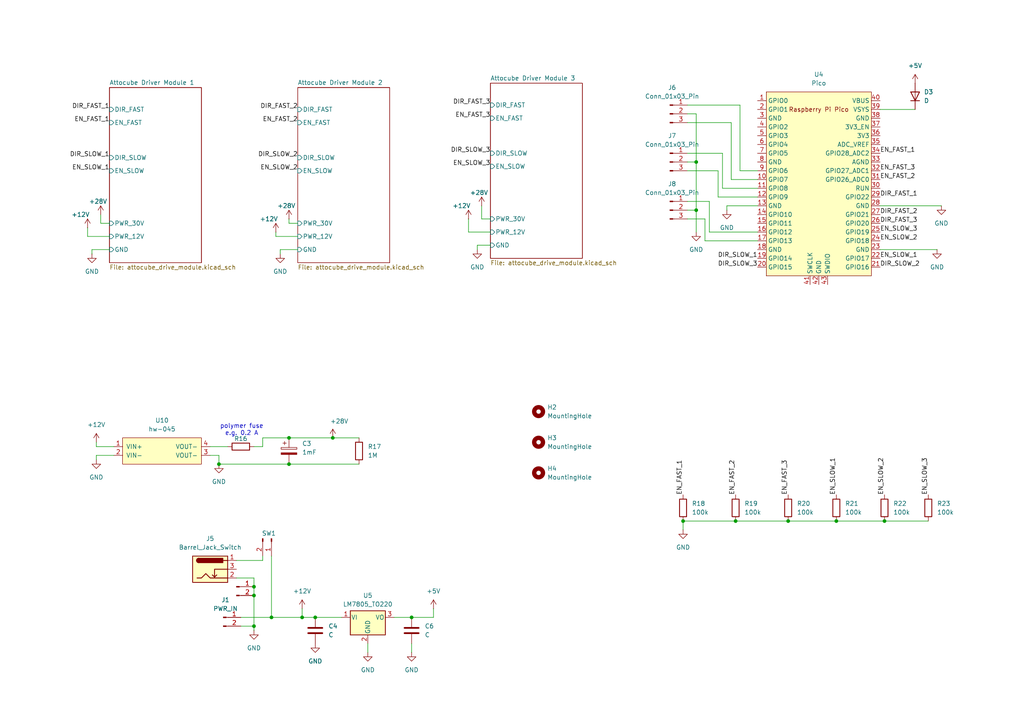
<source format=kicad_sch>
(kicad_sch (version 20250114) (generator "eeschema") (generator_version "9.0")
  (paper "A4")
  (lib_symbols
    (symbol "Connector:Barrel_Jack_Switch" (pin_names (hide yes))
      (property "Reference" "J" (at 0 5.334 0))
      (property "Value" "Barrel_Jack_Switch" (at 0 -5.08 0))
      (symbol "Barrel_Jack_Switch_0_1"
        (rectangle (start -5.08 3.81) (end 5.08 -3.81) (stroke (width 0.254)) (fill (type background)))
        (polyline (pts (xy -3.81 -2.54) (xy -2.54 -2.54) (xy -1.27 -1.27) (xy 0 -2.54) (xy 2.54 -2.54) (xy 5.08 -2.54)) (stroke (width 0.254)))
        (arc (start -3.302 1.905) (mid -3.9343 2.54) (end -3.302 3.175) (stroke (width 0.254)))
        (arc (start -3.302 1.905) (mid -3.9343 2.54) (end -3.302 3.175) (stroke (width 0.254)) (fill (type outline)))
        (polyline (pts (xy 1.27 -2.286) (xy 1.905 -1.651)) (stroke (width 0.254)))
        (rectangle (start 3.683 3.175) (end -3.302 1.905) (stroke (width 0.254)) (fill (type outline)))
        (polyline (pts (xy 5.08 2.54) (xy 3.81 2.54)) (stroke (width 0.254)))
        (polyline (pts (xy 5.08 0) (xy 1.27 0) (xy 1.27 -2.286) (xy 0.635 -1.651)) (stroke (width 0.254)))
      )
      (symbol "Barrel_Jack_Switch_1_1"
        (pin passive line (at 7.62 2.54 180) (length 2.54) (name "~") (number "1"))
        (pin passive line (at 7.62 0 180) (length 2.54) (name "~") (number "3"))
        (pin passive line (at 7.62 -2.54 180) (length 2.54) (name "~") (number "2"))
      )
    )
    (symbol "Connector:Conn_01x02_Pin" (pin_names (offset 1.016) (hide yes))
      (property "Reference" "J" (at 0 2.54 0))
      (property "Value" "Conn_01x02_Pin" (at 0 -5.08 0))
      (symbol "Conn_01x02_Pin_1_1"
        (rectangle (start 0.8636 0.127) (end 0 -0.127) (stroke (width 0.1524)) (fill (type outline)))
        (rectangle (start 0.8636 -2.413) (end 0 -2.667) (stroke (width 0.1524)) (fill (type outline)))
        (polyline (pts (xy 1.27 0) (xy 0.8636 0)) (stroke (width 0.1524)))
        (polyline (pts (xy 1.27 -2.54) (xy 0.8636 -2.54)) (stroke (width 0.1524)))
        (pin passive line (at 5.08 0 180) (length 3.81) (name "Pin_1") (number "1"))
        (pin passive line (at 5.08 -2.54 180) (length 3.81) (name "Pin_2") (number "2"))
      )
    )
    (symbol "Connector:Conn_01x03_Pin" (pin_names (offset 1.016) (hide yes))
      (property "Reference" "J" (at 0 5.08 0))
      (property "Value" "Conn_01x03_Pin" (at 0 -5.08 0))
      (symbol "Conn_01x03_Pin_1_1"
        (rectangle (start 0.8636 2.667) (end 0 2.413) (stroke (width 0.1524)) (fill (type outline)))
        (rectangle (start 0.8636 0.127) (end 0 -0.127) (stroke (width 0.1524)) (fill (type outline)))
        (rectangle (start 0.8636 -2.413) (end 0 -2.667) (stroke (width 0.1524)) (fill (type outline)))
        (polyline (pts (xy 1.27 2.54) (xy 0.8636 2.54)) (stroke (width 0.1524)))
        (polyline (pts (xy 1.27 0) (xy 0.8636 0)) (stroke (width 0.1524)))
        (polyline (pts (xy 1.27 -2.54) (xy 0.8636 -2.54)) (stroke (width 0.1524)))
        (pin passive line (at 5.08 2.54 180) (length 3.81) (name "Pin_1") (number "1"))
        (pin passive line (at 5.08 0 180) (length 3.81) (name "Pin_2") (number "2"))
        (pin passive line (at 5.08 -2.54 180) (length 3.81) (name "Pin_3") (number "3"))
      )
    )
    (symbol "Device:C" (pin_numbers (hide yes)) (pin_names (offset 0.254))
      (property "Reference" "C" (at 0.635 2.54 0))
      (property "Value" "C" (at 0.635 -2.54 0))
      (symbol "C_0_1"
        (polyline (pts (xy -2.032 0.762) (xy 2.032 0.762)) (stroke (width 0.508)))
        (polyline (pts (xy -2.032 -0.762) (xy 2.032 -0.762)) (stroke (width 0.508)))
      )
      (symbol "C_1_1"
        (pin passive line (at 0 3.81 270) (length 2.794) (name "~") (number "1"))
        (pin passive line (at 0 -3.81 90) (length 2.794) (name "~") (number "2"))
      )
    )
    (symbol "Device:C_Polarized" (pin_numbers (hide yes)) (pin_names (offset 0.254))
      (property "Reference" "C" (at 0.635 2.54 0))
      (property "Value" "C_Polarized" (at 0.635 -2.54 0))
      (symbol "C_Polarized_0_1"
        (rectangle (start -2.286 0.508) (end 2.286 1.016))
        (polyline (pts (xy -1.778 2.286) (xy -0.762 2.286)))
        (polyline (pts (xy -1.27 2.794) (xy -1.27 1.778)))
        (rectangle (start 2.286 -0.508) (end -2.286 -1.016) (fill (type outline)))
      )
      (symbol "C_Polarized_1_1"
        (pin passive line (at 0 3.81 270) (length 2.794) (name "~") (number "1"))
        (pin passive line (at 0 -3.81 90) (length 2.794) (name "~") (number "2"))
      )
    )
    (symbol "Device:D" (pin_numbers (hide yes)) (pin_names (offset 1.016) (hide yes))
      (property "Reference" "D" (at 0 2.54 0))
      (property "Value" "D" (at 0 -2.54 0))
      (symbol "D_0_1"
        (polyline (pts (xy -1.27 1.27) (xy -1.27 -1.27)) (stroke (width 0.254)))
        (polyline (pts (xy 1.27 1.27) (xy 1.27 -1.27) (xy -1.27 0) (xy 1.27 1.27)) (stroke (width 0.254)))
        (polyline (pts (xy 1.27 0) (xy -1.27 0)))
      )
      (symbol "D_1_1"
        (pin passive line (at -3.81 0 0) (length 2.54) (name "K") (number "1"))
        (pin passive line (at 3.81 0 180) (length 2.54) (name "A") (number "2"))
      )
    )
    (symbol "Device:R" (pin_numbers (hide yes)) (pin_names (offset 0))
      (property "Reference" "R" (at 2.032 0 90))
      (property "Value" "R" (at 0 0 90))
      (symbol "R_0_1"
        (rectangle (start -1.016 -2.54) (end 1.016 2.54) (stroke (width 0.254)))
      )
      (symbol "R_1_1"
        (pin passive line (at 0 3.81 270) (length 1.27) (name "~") (number "1"))
        (pin passive line (at 0 -3.81 90) (length 1.27) (name "~") (number "2"))
      )
    )
    (symbol "MCU_RaspberryPi_and_Boards:Pico"
      (property "Reference" "U" (at -13.97 27.94 0))
      (property "Value" "Pico" (at 0 19.05 0))
      (symbol "Pico_0_0"
        (text "Raspberry Pi Pico" (at 0 21.59 0) (effects (font (size 1.27 1.27))))
      )
      (symbol "Pico_0_1"
        (rectangle (start -15.24 26.67) (end 15.24 -26.67) (fill (type background)))
      )
      (symbol "Pico_1_1"
        (pin bidirectional line (at -17.78 24.13 0) (length 2.54) (name "GPIO0") (number "1"))
        (pin bidirectional line (at -17.78 21.59 0) (length 2.54) (name "GPIO1") (number "2"))
        (pin power_in line (at -17.78 19.05 0) (length 2.54) (name "GND") (number "3"))
        (pin bidirectional line (at -17.78 16.51 0) (length 2.54) (name "GPIO2") (number "4"))
        (pin bidirectional line (at -17.78 13.97 0) (length 2.54) (name "GPIO3") (number "5"))
        (pin bidirectional line (at -17.78 11.43 0) (length 2.54) (name "GPIO4") (number "6"))
        (pin bidirectional line (at -17.78 8.89 0) (length 2.54) (name "GPIO5") (number "7"))
        (pin power_in line (at -17.78 6.35 0) (length 2.54) (name "GND") (number "8"))
        (pin bidirectional line (at -17.78 3.81 0) (length 2.54) (name "GPIO6") (number "9"))
        (pin bidirectional line (at -17.78 1.27 0) (length 2.54) (name "GPIO7") (number "10"))
        (pin bidirectional line (at -17.78 -1.27 0) (length 2.54) (name "GPIO8") (number "11"))
        (pin bidirectional line (at -17.78 -3.81 0) (length 2.54) (name "GPIO9") (number "12"))
        (pin power_in line (at -17.78 -6.35 0) (length 2.54) (name "GND") (number "13"))
        (pin bidirectional line (at -17.78 -8.89 0) (length 2.54) (name "GPIO10") (number "14"))
        (pin bidirectional line (at -17.78 -11.43 0) (length 2.54) (name "GPIO11") (number "15"))
        (pin bidirectional line (at -17.78 -13.97 0) (length 2.54) (name "GPIO12") (number "16"))
        (pin bidirectional line (at -17.78 -16.51 0) (length 2.54) (name "GPIO13") (number "17"))
        (pin power_in line (at -17.78 -19.05 0) (length 2.54) (name "GND") (number "18"))
        (pin bidirectional line (at -17.78 -21.59 0) (length 2.54) (name "GPIO14") (number "19"))
        (pin bidirectional line (at -17.78 -24.13 0) (length 2.54) (name "GPIO15") (number "20"))
        (pin input line (at -2.54 -29.21 90) (length 2.54) (name "SWCLK") (number "41"))
        (pin power_in line (at 0 -29.21 90) (length 2.54) (name "GND") (number "42"))
        (pin bidirectional line (at 2.54 -29.21 90) (length 2.54) (name "SWDIO") (number "43"))
        (pin power_in line (at 17.78 24.13 180) (length 2.54) (name "VBUS") (number "40"))
        (pin power_in line (at 17.78 21.59 180) (length 2.54) (name "VSYS") (number "39"))
        (pin bidirectional line (at 17.78 19.05 180) (length 2.54) (name "GND") (number "38"))
        (pin input line (at 17.78 16.51 180) (length 2.54) (name "3V3_EN") (number "37"))
        (pin power_in line (at 17.78 13.97 180) (length 2.54) (name "3V3") (number "36"))
        (pin power_in line (at 17.78 11.43 180) (length 2.54) (name "ADC_VREF") (number "35"))
        (pin bidirectional line (at 17.78 8.89 180) (length 2.54) (name "GPIO28_ADC2") (number "34"))
        (pin power_in line (at 17.78 6.35 180) (length 2.54) (name "AGND") (number "33"))
        (pin bidirectional line (at 17.78 3.81 180) (length 2.54) (name "GPIO27_ADC1") (number "32"))
        (pin bidirectional line (at 17.78 1.27 180) (length 2.54) (name "GPIO26_ADC0") (number "31"))
        (pin input line (at 17.78 -1.27 180) (length 2.54) (name "RUN") (number "30"))
        (pin bidirectional line (at 17.78 -3.81 180) (length 2.54) (name "GPIO22") (number "29"))
        (pin power_in line (at 17.78 -6.35 180) (length 2.54) (name "GND") (number "28"))
        (pin bidirectional line (at 17.78 -8.89 180) (length 2.54) (name "GPIO21") (number "27"))
        (pin bidirectional line (at 17.78 -11.43 180) (length 2.54) (name "GPIO20") (number "26"))
        (pin bidirectional line (at 17.78 -13.97 180) (length 2.54) (name "GPIO19") (number "25"))
        (pin bidirectional line (at 17.78 -16.51 180) (length 2.54) (name "GPIO18") (number "24"))
        (pin power_in line (at 17.78 -19.05 180) (length 2.54) (name "GND") (number "23"))
        (pin bidirectional line (at 17.78 -21.59 180) (length 2.54) (name "GPIO17") (number "22"))
        (pin bidirectional line (at 17.78 -24.13 180) (length 2.54) (name "GPIO16") (number "21"))
      )
    )
    (symbol "Mechanical:MountingHole" (pin_names (offset 1.016)) (in_bom no)
      (property "Reference" "H" (at 0 5.08 0))
      (property "Value" "MountingHole" (at 0 3.175 0))
      (symbol "MountingHole_0_1"
        (circle (center 0 0) (radius 1.27) (stroke (width 1.27)))
      )
    )
    (symbol "Regulator_Linear:LM7805_TO220" (pin_names (offset 0.254))
      (property "Reference" "U" (at -3.81 3.175 0))
      (property "Value" "LM7805_TO220" (at 0 3.175 0))
      (symbol "LM7805_TO220_0_1"
        (rectangle (start -5.08 1.905) (end 5.08 -5.08) (stroke (width 0.254)) (fill (type background)))
      )
      (symbol "LM7805_TO220_1_1"
        (pin power_in line (at -7.62 0 0) (length 2.54) (name "VI") (number "1"))
        (pin power_in line (at 0 -7.62 90) (length 2.54) (name "GND") (number "2"))
        (pin power_out line (at 7.62 0 180) (length 2.54) (name "VO") (number "3"))
      )
    )
    (symbol "local:hw-045" (pin_names (offset 1.016))
      (property "Reference" "U" (at 0 0 0))
      (property "Value" "hw-045" (at 0 1.905 0))
      (symbol "hw-045_0_1"
        (rectangle (start -10.16 5.08) (end 12.7 -2.54) (fill (type background)))
      )
      (symbol "hw-045_1_1"
        (pin input line (at -12.7 2.54 0) (length 2.54) (name "VIN+") (number "1"))
        (pin input line (at -12.7 0 0) (length 2.54) (name "VIN-") (number "2"))
        (pin input line (at 15.24 2.54 180) (length 2.54) (name "VOUT-") (number "4"))
        (pin input line (at 15.24 0 180) (length 2.54) (name "VOUT-") (number "3"))
      )
    )
    (symbol "power:+12V" (power) (pin_numbers (hide yes)) (pin_names (offset 0) (hide yes))
      (property "Value" "+12V" (at 0 3.556 0))
      (symbol "+12V_0_1"
        (polyline (pts (xy -0.762 1.27) (xy 0 2.54)))
        (polyline (pts (xy 0 2.54) (xy 0.762 1.27)))
        (polyline (pts (xy 0 0) (xy 0 2.54)))
      )
      (symbol "+12V_1_1"
        (pin power_in line (at 0 0 90) (length 0) (name "~") (number "1"))
      )
    )
    (symbol "power:+36V" (power) (pin_numbers (hide yes)) (pin_names (offset 0) (hide yes))
      (property "Value" "+36V" (at 0 3.556 0))
      (symbol "+36V_0_1"
        (polyline (pts (xy -0.762 1.27) (xy 0 2.54)))
        (polyline (pts (xy 0 2.54) (xy 0.762 1.27)))
        (polyline (pts (xy 0 0) (xy 0 2.54)))
      )
      (symbol "+36V_1_1"
        (pin power_in line (at 0 0 90) (length 0) (name "~") (number "1"))
      )
    )
    (symbol "power:+5V" (power) (pin_numbers (hide yes)) (pin_names (offset 0) (hide yes))
      (property "Value" "+5V" (at 0 3.556 0))
      (symbol "+5V_0_1"
        (polyline (pts (xy -0.762 1.27) (xy 0 2.54)))
        (polyline (pts (xy 0 2.54) (xy 0.762 1.27)))
        (polyline (pts (xy 0 0) (xy 0 2.54)))
      )
      (symbol "+5V_1_1"
        (pin power_in line (at 0 0 90) (length 0) (name "~") (number "1"))
      )
    )
    (symbol "power:GND" (power) (pin_numbers (hide yes)) (pin_names (offset 0) (hide yes))
      (property "Value" "GND" (at 0 -3.81 0))
      (symbol "GND_0_1"
        (polyline (pts (xy 0 0) (xy 0 -1.27) (xy 1.27 -1.27) (xy 0 -2.54) (xy -1.27 -1.27) (xy 0 -1.27)))
      )
      (symbol "GND_1_1"
        (pin power_in line (at 0 0 270) (length 0) (name "~") (number "1"))
      )
    )
  )
  (text "polymer fuse\ne.g. 0.2 A" (at 70.104 124.714 0) (effects (font (size 1.27 1.27))))
  (junction (at 73.66 181.61))
  (junction (at 78.74 179.07))
  (junction (at 198.12 151.13))
  (junction (at 201.93 60.96))
  (junction (at 73.66 172.72))
  (junction (at 242.57 151.13))
  (junction (at 83.82 134.62))
  (junction (at 256.54 151.13))
  (junction (at 87.63 179.07))
  (junction (at 213.36 151.13))
  (junction (at 228.6 151.13))
  (junction (at 63.5 134.62))
  (junction (at 91.44 179.07))
  (junction (at 73.66 170.18))
  (junction (at 119.38 179.07))
  (junction (at 201.93 46.99))
  (junction (at 96.52 127))
  (junction (at 83.82 127))
  (wire (pts (xy 83.82 127) (xy 96.52 127)))
  (wire (pts (xy 255.27 31.75) (xy 265.43 31.75)))
  (wire (pts (xy 199.39 49.53) (xy 208.28 49.53)))
  (wire (pts (xy 60.96 129.54) (xy 66.04 129.54)))
  (wire (pts (xy 73.66 170.18) (xy 73.66 172.72)))
  (wire (pts (xy 205.74 58.42) (xy 199.39 58.42)))
  (wire (pts (xy 142.24 63.5) (xy 139.7 63.5)))
  (wire (pts (xy 204.47 69.85) (xy 204.47 63.5)))
  (wire (pts (xy 76.2 127) (xy 83.82 127)))
  (wire (pts (xy 209.55 44.45) (xy 209.55 54.61)))
  (wire (pts (xy 80.01 68.58) (xy 80.01 67.31)))
  (wire (pts (xy 219.71 52.07) (xy 212.09 52.07)))
  (wire (pts (xy 135.89 67.31) (xy 135.89 63.5)))
  (wire (pts (xy 91.44 179.07) (xy 99.06 179.07)))
  (wire (pts (xy 26.67 73.66) (xy 26.67 72.39)))
  (wire (pts (xy 83.82 134.62) (xy 104.14 134.62)))
  (wire (pts (xy 125.73 176.53) (xy 125.73 179.07)))
  (wire (pts (xy 86.36 68.58) (xy 80.01 68.58)))
  (wire (pts (xy 201.93 60.96) (xy 199.39 60.96)))
  (wire (pts (xy 199.39 46.99) (xy 201.93 46.99)))
  (wire (pts (xy 76.2 161.29) (xy 76.2 162.56)))
  (wire (pts (xy 210.82 59.69) (xy 219.71 59.69)))
  (wire (pts (xy 212.09 52.07) (xy 212.09 35.56)))
  (wire (pts (xy 27.94 129.54) (xy 27.94 128.27)))
  (wire (pts (xy 198.12 151.13) (xy 198.12 153.67)))
  (wire (pts (xy 87.63 176.53) (xy 87.63 179.07)))
  (wire (pts (xy 214.63 30.48) (xy 214.63 49.53)))
  (wire (pts (xy 83.82 64.77) (xy 83.82 63.5)))
  (wire (pts (xy 138.43 72.39) (xy 138.43 71.12)))
  (wire (pts (xy 96.52 127) (xy 104.14 127)))
  (wire (pts (xy 69.85 179.07) (xy 78.74 179.07)))
  (wire (pts (xy 78.74 179.07) (xy 87.63 179.07)))
  (wire (pts (xy 69.85 181.61) (xy 73.66 181.61)))
  (wire (pts (xy 255.27 59.69) (xy 273.05 59.69)))
  (wire (pts (xy 210.82 60.96) (xy 210.82 59.69)))
  (wire (pts (xy 73.66 167.64) (xy 73.66 170.18)))
  (wire (pts (xy 198.12 151.13) (xy 213.36 151.13)))
  (wire (pts (xy 33.02 132.08) (xy 27.94 132.08)))
  (wire (pts (xy 214.63 49.53) (xy 219.71 49.53)))
  (wire (pts (xy 242.57 151.13) (xy 256.54 151.13)))
  (wire (pts (xy 60.96 132.08) (xy 63.5 132.08)))
  (wire (pts (xy 114.3 179.07) (xy 119.38 179.07)))
  (wire (pts (xy 106.68 186.69) (xy 106.68 189.23)))
  (wire (pts (xy 209.55 44.45) (xy 199.39 44.45)))
  (wire (pts (xy 213.36 151.13) (xy 228.6 151.13)))
  (wire (pts (xy 86.36 64.77) (xy 83.82 64.77)))
  (wire (pts (xy 138.43 71.12) (xy 142.24 71.12)))
  (wire (pts (xy 199.39 30.48) (xy 214.63 30.48)))
  (wire (pts (xy 86.36 72.39) (xy 81.28 72.39)))
  (wire (pts (xy 87.63 179.07) (xy 91.44 179.07)))
  (wire (pts (xy 208.28 49.53) (xy 208.28 57.15)))
  (wire (pts (xy 63.5 132.08) (xy 63.5 134.62)))
  (wire (pts (xy 25.4 68.58) (xy 25.4 66.04)))
  (wire (pts (xy 29.21 64.77) (xy 29.21 62.23)))
  (wire (pts (xy 228.6 151.13) (xy 242.57 151.13)))
  (wire (pts (xy 204.47 63.5) (xy 199.39 63.5)))
  (wire (pts (xy 201.93 33.02) (xy 201.93 46.99)))
  (wire (pts (xy 125.73 179.07) (xy 119.38 179.07)))
  (wire (pts (xy 119.38 186.69) (xy 119.38 189.23)))
  (wire (pts (xy 31.75 68.58) (xy 25.4 68.58)))
  (wire (pts (xy 142.24 67.31) (xy 135.89 67.31)))
  (wire (pts (xy 27.94 132.08) (xy 27.94 133.35)))
  (wire (pts (xy 78.74 161.29) (xy 78.74 179.07)))
  (wire (pts (xy 81.28 72.39) (xy 81.28 73.66)))
  (wire (pts (xy 201.93 46.99) (xy 201.93 60.96)))
  (wire (pts (xy 68.58 167.64) (xy 73.66 167.64)))
  (wire (pts (xy 219.71 54.61) (xy 209.55 54.61)))
  (wire (pts (xy 255.27 72.39) (xy 271.78 72.39)))
  (wire (pts (xy 219.71 69.85) (xy 204.47 69.85)))
  (wire (pts (xy 256.54 151.13) (xy 269.24 151.13)))
  (wire (pts (xy 219.71 67.31) (xy 205.74 67.31)))
  (wire (pts (xy 199.39 33.02) (xy 201.93 33.02)))
  (wire (pts (xy 73.66 181.61) (xy 73.66 182.88)))
  (wire (pts (xy 139.7 63.5) (xy 139.7 59.69)))
  (wire (pts (xy 63.5 134.62) (xy 83.82 134.62)))
  (wire (pts (xy 68.58 162.56) (xy 76.2 162.56)))
  (wire (pts (xy 208.28 57.15) (xy 219.71 57.15)))
  (wire (pts (xy 212.09 35.56) (xy 199.39 35.56)))
  (wire (pts (xy 31.75 64.77) (xy 29.21 64.77)))
  (wire (pts (xy 73.66 172.72) (xy 73.66 181.61)))
  (wire (pts (xy 201.93 67.31) (xy 201.93 60.96)))
  (wire (pts (xy 33.02 129.54) (xy 27.94 129.54)))
  (wire (pts (xy 76.2 129.54) (xy 76.2 127)))
  (wire (pts (xy 73.66 129.54) (xy 76.2 129.54)))
  (wire (pts (xy 26.67 72.39) (xy 31.75 72.39)))
  (wire (pts (xy 205.74 67.31) (xy 205.74 58.42)))
  (label "EN_SLOW_2" (at 255.27 69.85 0))
  (label "DIR_SLOW_3" (at 142.24 44.45 180))
  (label "EN_SLOW_2" (at 86.36 49.53 180))
  (label "DIR_FAST_1" (at 31.75 31.75 180))
  (label "EN_FAST_3" (at 255.27 49.53 0))
  (label "EN_SLOW_3" (at 142.24 48.26 180))
  (label "EN_SLOW_1" (at 242.57 143.51 90))
  (label "DIR_SLOW_2" (at 86.36 45.72 180))
  (label "EN_FAST_3" (at 142.24 34.29 180))
  (label "EN_FAST_2" (at 255.27 52.07 0))
  (label "EN_FAST_2" (at 213.36 143.51 90))
  (label "DIR_SLOW_3" (at 219.71 77.47 180))
  (label "EN_FAST_1" (at 31.75 35.56 180))
  (label "DIR_SLOW_1" (at 31.75 45.72 180))
  (label "EN_SLOW_3" (at 269.24 143.51 90))
  (label "EN_FAST_1" (at 255.27 44.45 0))
  (label "EN_FAST_1" (at 198.12 143.51 90))
  (label "DIR_SLOW_1" (at 219.71 74.93 180))
  (label "DIR_FAST_2" (at 255.27 62.23 0))
  (label "DIR_FAST_2" (at 86.36 31.75 180))
  (label "DIR_FAST_1" (at 255.27 57.15 0))
  (label "EN_SLOW_2" (at 256.54 143.51 90))
  (label "DIR_FAST_3" (at 142.24 30.48 180))
  (label "EN_FAST_2" (at 86.36 35.56 180))
  (label "DIR_FAST_3" (at 255.27 64.77 0))
  (label "EN_SLOW_1" (at 31.75 49.53 180))
  (label "EN_FAST_3" (at 228.6 143.51 90))
  (label "DIR_SLOW_2" (at 255.27 77.47 0))
  (label "EN_SLOW_1" (at 255.27 74.93 0))
  (label "EN_SLOW_3" (at 255.27 67.31 0))
  (symbol (lib_id "Device:C_Polarized") (at 83.82 130.81 0) (unit 1)
    (property "Reference" "C3" (at 87.63 128.6509 0) (effects (justify left)))
    (property "Value" "1mF" (at 87.63 131.1909 0) (effects (justify left)))
    (property "Footprint" "Capacitor_THT:CP_Radial_D5.0mm_P2.00mm" (effects (hide yes)))
    (property "Description" "Polarized capacitor" (effects (hide yes)))
  )
  (symbol (lib_id "power:GND") (at 273.05 59.69 0) (unit 1)
    (property "Reference" "#PWR050" (effects (hide yes)))
    (property "Value" "GND" (at 273.05 64.77 0))
    (property "Description" "Power symbol creates a global label with name \"GND\" , ground" (effects (hide yes)))
  )
  (symbol (lib_id "Mechanical:MountingHole") (at 156.21 128.27 0) (unit 1) (in_bom no)
    (property "Reference" "H3" (at 158.75 126.9999 0) (effects (justify left)))
    (property "Value" "MountingHole" (at 158.75 129.5399 0) (effects (justify left)))
    (property "Footprint" "MountingHole:MountingHole_3.2mm_M3_Pad" (effects (hide yes)))
    (property "Description" "Mounting Hole without connection" (effects (hide yes)))
  )
  (symbol (lib_id "power:+36V") (at 83.82 63.5 0) (unit 1)
    (property "Reference" "#PWR039" (effects (hide yes)))
    (property "Value" "+28V" (at 83.058 59.69 0))
    (property "Description" "Power symbol creates a global label with name \"+36V\"" (effects (hide yes)))
  )
  (symbol (lib_id "Device:R") (at 69.85 129.54 270) (mirror x) (unit 1)
    (property "Reference" "R16" (at 69.85 127.254 90))
    (property "Value" "10?" (effects (hide yes)))
    (property "Footprint" "Resistor_SMD:R_1206_3216Metric_Pad1.30x1.75mm_HandSolder" (effects (hide yes)))
    (property "Description" "Resistor" (effects (hide yes)))
  )
  (symbol (lib_id "power:GND") (at 119.38 189.23 0) (unit 1)
    (property "Reference" "#PWR018" (effects (hide yes)))
    (property "Value" "GND" (at 119.38 194.31 0))
    (property "Description" "Power symbol creates a global label with name \"GND\" , ground" (effects (hide yes)))
  )
  (symbol (lib_id "Regulator_Linear:LM7805_TO220") (at 106.68 179.07 0) (unit 1)
    (property "Reference" "U5" (at 106.68 172.72 0))
    (property "Value" "LM7805_TO220" (at 106.68 175.26 0))
    (property "Footprint" "Package_TO_SOT_THT:TO-220-3_Vertical" (effects (hide yes)))
    (property "Datasheet" "https://www.onsemi.cn/PowerSolutions/document/MC7800-D.PDF" (effects (hide yes)))
    (property "Description" "Positive 1A 35V Linear Regulator, Fixed Output 5V, TO-220" (effects (hide yes)))
  )
  (symbol (lib_id "power:GND") (at 201.93 67.31 0) (unit 1)
    (property "Reference" "#PWR052" (effects (hide yes)))
    (property "Value" "GND" (at 201.93 72.39 0))
    (property "Description" "Power symbol creates a global label with name \"GND\" , ground" (effects (hide yes)))
  )
  (symbol (lib_id "power:+12V") (at 135.89 63.5 0) (unit 1)
    (property "Reference" "#PWR040" (effects (hide yes)))
    (property "Value" "+12V" (at 133.858 59.69 0))
    (property "Description" "Power symbol creates a global label with name \"+12V\"" (effects (hide yes)))
  )
  (symbol (lib_id "power:GND") (at 210.82 60.96 0) (unit 1)
    (property "Reference" "#PWR051" (effects (hide yes)))
    (property "Value" "GND" (at 210.82 66.04 0))
    (property "Description" "Power symbol creates a global label with name \"GND\" , ground" (effects (hide yes)))
  )
  (symbol (lib_id "power:GND") (at 26.67 73.66 0) (unit 1)
    (property "Reference" "#PWR046" (effects (hide yes)))
    (property "Value" "GND" (at 26.67 78.74 0))
    (property "Description" "Power symbol creates a global label with name \"GND\" , ground" (effects (hide yes)))
  )
  (symbol (lib_id "power:+12V") (at 25.4 66.04 0) (unit 1)
    (property "Reference" "#PWR042" (effects (hide yes)))
    (property "Value" "+12V" (at 23.368 62.23 0))
    (property "Description" "Power symbol creates a global label with name \"+12V\"" (effects (hide yes)))
  )
  (symbol (lib_id "Device:R") (at 228.6 147.32 0) (unit 1)
    (property "Reference" "R20" (at 231.14 146.0499 0) (effects (justify left)))
    (property "Value" "100k" (at 231.14 148.5899 0) (effects (justify left)))
    (property "Footprint" "Resistor_SMD:R_1206_3216Metric_Pad1.30x1.75mm_HandSolder" (effects (hide yes)))
    (property "Description" "Resistor" (effects (hide yes)))
  )
  (symbol (lib_id "Connector:Conn_01x03_Pin") (at 194.31 60.96 0) (unit 1)
    (property "Reference" "J8" (at 194.945 53.34 0))
    (property "Value" "Conn_01x03_Pin" (at 194.945 55.88 0))
    (property "Footprint" "Connector_PinHeader_2.54mm:PinHeader_1x03_P2.54mm_Vertical" (effects (hide yes)))
    (property "Description" "Generic connector, single row, 01x03, script generated" (effects (hide yes)))
  )
  (symbol (lib_id "Connector:Conn_01x03_Pin") (at 194.31 33.02 0) (unit 1)
    (property "Reference" "J6" (at 194.945 25.4 0))
    (property "Value" "Conn_01x03_Pin" (at 194.945 27.94 0))
    (property "Footprint" "Connector_PinHeader_2.54mm:PinHeader_1x03_P2.54mm_Vertical" (effects (hide yes)))
    (property "Description" "Generic connector, single row, 01x03, script generated" (effects (hide yes)))
  )
  (symbol (lib_id "Connector:Conn_01x03_Pin") (at 194.31 46.99 0) (unit 1)
    (property "Reference" "J7" (at 194.945 39.37 0))
    (property "Value" "Conn_01x03_Pin" (at 194.945 41.91 0))
    (property "Footprint" "Connector_PinHeader_2.54mm:PinHeader_1x03_P2.54mm_Vertical" (effects (hide yes)))
    (property "Description" "Generic connector, single row, 01x03, script generated" (effects (hide yes)))
  )
  (symbol (lib_id "Device:C") (at 91.44 182.88 0) (unit 1)
    (property "Reference" "C4" (at 95.25 181.6099 0) (effects (justify left)))
    (property "Value" "C" (at 95.25 184.1499 0) (effects (justify left)))
    (property "Footprint" "Capacitor_THT:C_Rect_L7.0mm_W3.5mm_P5.00mm" (effects (hide yes)))
    (property "Description" "Unpolarized capacitor" (effects (hide yes)))
  )
  (symbol (lib_id "power:+12V") (at 87.63 176.53 0) (unit 1)
    (property "Reference" "#PWR011" (effects (hide yes)))
    (property "Value" "+12V" (at 87.63 171.45 0))
    (property "Description" "Power symbol creates a global label with name \"+12V\"" (effects (hide yes)))
  )
  (symbol (lib_id "Mechanical:MountingHole") (at 156.21 137.16 0) (unit 1) (in_bom no)
    (property "Reference" "H4" (at 158.75 135.8899 0) (effects (justify left)))
    (property "Value" "MountingHole" (at 158.75 138.4299 0) (effects (justify left)))
    (property "Footprint" "MountingHole:MountingHole_3.2mm_M3_Pad" (effects (hide yes)))
    (property "Description" "Mounting Hole without connection" (effects (hide yes)))
  )
  (symbol (lib_id "power:GND") (at 73.66 182.88 0) (unit 1)
    (property "Reference" "#PWR013" (effects (hide yes)))
    (property "Value" "GND" (at 73.66 187.96 0))
    (property "Description" "Power symbol creates a global label with name \"GND\" , ground" (effects (hide yes)))
  )
  (symbol (lib_id "Device:C") (at 119.38 182.88 0) (unit 1)
    (property "Reference" "C6" (at 123.19 181.6099 0) (effects (justify left)))
    (property "Value" "C" (at 123.19 184.1499 0) (effects (justify left)))
    (property "Footprint" "Capacitor_THT:C_Rect_L7.0mm_W3.5mm_P5.00mm" (effects (hide yes)))
    (property "Description" "Unpolarized capacitor" (effects (hide yes)))
  )
  (symbol (lib_id "Device:R") (at 242.57 147.32 0) (unit 1)
    (property "Reference" "R21" (at 245.11 146.0499 0) (effects (justify left)))
    (property "Value" "100k" (at 245.11 148.5899 0) (effects (justify left)))
    (property "Footprint" "Resistor_SMD:R_1206_3216Metric_Pad1.30x1.75mm_HandSolder" (effects (hide yes)))
    (property "Description" "Resistor" (effects (hide yes)))
  )
  (symbol (lib_id "Connector:Conn_01x02_Pin") (at 78.74 156.21 270) (unit 1)
    (property "Reference" "SW1" (at 75.946 154.686 90) (effects (justify left)))
    (property "Value" "Conn_01x02_Pin" (effects (hide yes)))
    (property "Footprint" "Connector_Wire:SolderWire-0.1sqmm_1x02_P3.6mm_D0.4mm_OD1mm" (effects (hide yes)))
    (property "Description" "Generic connector, single row, 01x02, script generated" (effects (hide yes)))
  )
  (symbol (lib_id "power:+5V") (at 125.73 176.53 0) (unit 1)
    (property "Reference" "#PWR017" (effects (hide yes)))
    (property "Value" "+5V" (at 125.73 171.45 0))
    (property "Description" "Power symbol creates a global label with name \"+5V\"" (effects (hide yes)))
  )
  (symbol (lib_id "Device:R") (at 269.24 147.32 0) (unit 1)
    (property "Reference" "R23" (at 271.78 146.0499 0) (effects (justify left)))
    (property "Value" "100k" (at 271.78 148.5899 0) (effects (justify left)))
    (property "Footprint" "Resistor_SMD:R_1206_3216Metric_Pad1.30x1.75mm_HandSolder" (effects (hide yes)))
    (property "Description" "Resistor" (effects (hide yes)))
  )
  (symbol (lib_id "power:GND") (at 138.43 72.39 0) (unit 1)
    (property "Reference" "#PWR044" (effects (hide yes)))
    (property "Value" "GND" (at 138.43 77.47 0))
    (property "Description" "Power symbol creates a global label with name \"GND\" , ground" (effects (hide yes)))
  )
  (symbol (lib_id "Device:R") (at 213.36 147.32 0) (unit 1)
    (property "Reference" "R19" (at 215.9 146.0499 0) (effects (justify left)))
    (property "Value" "100k" (at 215.9 148.5899 0) (effects (justify left)))
    (property "Footprint" "Resistor_SMD:R_1206_3216Metric_Pad1.30x1.75mm_HandSolder" (effects (hide yes)))
    (property "Description" "Resistor" (effects (hide yes)))
  )
  (symbol (lib_id "power:GND") (at 91.44 186.69 0) (unit 1)
    (property "Reference" "#PWR048" (effects (hide yes)))
    (property "Value" "GND" (at 91.44 191.77 0))
    (property "Description" "Power symbol creates a global label with name \"GND\" , ground" (effects (hide yes)))
  )
  (symbol (lib_id "local:hw-045") (at 45.72 132.08 0) (unit 1)
    (property "Reference" "U10" (at 46.99 121.92 0))
    (property "Value" "hw-045" (at 46.99 124.46 0))
    (property "Footprint" "hw-045:hw-045" (effects (hide yes)))
  )
  (symbol (lib_id "power:GND") (at 63.5 134.62 0) (unit 1)
    (property "Reference" "#PWR047" (effects (hide yes)))
    (property "Value" "GND" (at 63.5 139.7 0))
    (property "Description" "Power symbol creates a global label with name \"GND\" , ground" (effects (hide yes)))
  )
  (symbol (lib_id "power:GND") (at 106.68 189.23 0) (unit 1)
    (property "Reference" "#PWR016" (effects (hide yes)))
    (property "Value" "GND" (at 106.68 194.31 0))
    (property "Description" "Power symbol creates a global label with name \"GND\" , ground" (effects (hide yes)))
  )
  (symbol (lib_id "power:+12V") (at 27.94 128.27 0) (unit 1)
    (property "Reference" "#PWR09" (effects (hide yes)))
    (property "Value" "+12V" (at 27.94 123.19 0))
    (property "Description" "Power symbol creates a global label with name \"+12V\"" (effects (hide yes)))
  )
  (symbol (lib_id "power:GND") (at 271.78 72.39 0) (unit 1)
    (property "Reference" "#PWR049" (effects (hide yes)))
    (property "Value" "GND" (at 271.78 77.47 0))
    (property "Description" "Power symbol creates a global label with name \"GND\" , ground" (effects (hide yes)))
  )
  (symbol (lib_id "power:+36V") (at 139.7 59.69 0) (unit 1)
    (property "Reference" "#PWR041" (effects (hide yes)))
    (property "Value" "+28V" (at 138.938 55.88 0))
    (property "Description" "Power symbol creates a global label with name \"+36V\"" (effects (hide yes)))
  )
  (symbol (lib_id "power:+36V") (at 96.52 127 0) (unit 1)
    (property "Reference" "#PWR012" (effects (hide yes)))
    (property "Value" "+28V" (at 95.758 122.174 0) (effects (justify left)))
    (property "Description" "Power symbol creates a global label with name \"+36V\"" (effects (hide yes)))
  )
  (symbol (lib_id "Device:R") (at 104.14 130.81 180) (unit 1)
    (property "Reference" "R17" (at 106.68 129.5399 0) (effects (justify right)))
    (property "Value" "1M" (at 106.68 132.0799 0) (effects (justify right)))
    (property "Footprint" "Resistor_SMD:R_1206_3216Metric_Pad1.30x1.75mm_HandSolder" (effects (hide yes)))
    (property "Description" "Resistor" (effects (hide yes)))
  )
  (symbol (lib_id "power:+12V") (at 80.01 67.31 0) (unit 1)
    (property "Reference" "#PWR038" (effects (hide yes)))
    (property "Value" "+12V" (at 77.978 63.5 0))
    (property "Description" "Power symbol creates a global label with name \"+12V\"" (effects (hide yes)))
  )
  (symbol (lib_id "power:GND") (at 27.94 133.35 0) (unit 1)
    (property "Reference" "#PWR010" (effects (hide yes)))
    (property "Value" "GND" (at 27.94 138.43 0))
    (property "Description" "Power symbol creates a global label with name \"GND\" , ground" (effects (hide yes)))
  )
  (symbol (lib_id "Connector:Conn_01x02_Pin") (at 64.77 179.07 0) (unit 1)
    (property "Reference" "J1" (at 65.405 173.99 0))
    (property "Value" "PWR_IN" (at 65.405 176.53 0))
    (property "Footprint" "Connector_Wire:SolderWire-0.1sqmm_1x02_P3.6mm_D0.4mm_OD1mm" (effects (hide yes)))
    (property "Description" "Generic connector, single row, 01x02, script generated" (effects (hide yes)))
  )
  (symbol (lib_id "Connector:Conn_01x02_Pin") (at 68.58 170.18 0) (unit 1)
    (property "Reference" "J10" (effects (hide yes)))
    (property "Value" "Conn_01x02_Pin" (effects (hide yes)))
    (property "Footprint" "Connector_Wire:SolderWire-0.1sqmm_1x02_P3.6mm_D0.4mm_OD1mm" (effects (hide yes)))
    (property "Description" "Generic connector, single row, 01x02, script generated" (effects (hide yes)))
  )
  (symbol (lib_id "Connector:Barrel_Jack_Switch") (at 60.96 165.1 0) (unit 1)
    (property "Reference" "J5" (at 60.96 156.21 0))
    (property "Value" "Barrel_Jack_Switch" (at 60.96 158.75 0))
    (property "Footprint" "Connector_BarrelJack:BarrelJack_CUI_PJ-063AH_Horizontal" (effects (hide yes)))
    (property "Description" "DC Barrel Jack with an internal switch" (effects (hide yes)))
  )
  (symbol (lib_id "power:GND") (at 198.12 153.67 0) (unit 1)
    (property "Reference" "#PWR014" (effects (hide yes)))
    (property "Value" "GND" (at 198.12 158.75 0))
    (property "Description" "Power symbol creates a global label with name \"GND\" , ground" (effects (hide yes)))
  )
  (symbol (lib_id "Device:R") (at 198.12 147.32 0) (unit 1)
    (property "Reference" "R18" (at 200.66 146.0499 0) (effects (justify left)))
    (property "Value" "100k" (at 200.66 148.5899 0) (effects (justify left)))
    (property "Footprint" "Resistor_SMD:R_1206_3216Metric_Pad1.30x1.75mm_HandSolder" (effects (hide yes)))
    (property "Description" "Resistor" (effects (hide yes)))
  )
  (symbol (lib_id "power:+36V") (at 29.21 62.23 0) (unit 1)
    (property "Reference" "#PWR043" (effects (hide yes)))
    (property "Value" "+28V" (at 28.448 58.42 0))
    (property "Description" "Power symbol creates a global label with name \"+36V\"" (effects (hide yes)))
  )
  (symbol (lib_id "MCU_RaspberryPi_and_Boards:Pico") (at 237.49 53.34 0) (unit 1)
    (property "Reference" "U4" (at 237.49 21.59 0))
    (property "Value" "Pico" (at 237.49 24.13 0))
    (property "Footprint" "MCU_RaspberryPi_and_Boards:RPi_Pico_SMD_TH" (effects (hide yes)))
  )
  (symbol (lib_id "Device:D") (at 265.43 27.94 90) (unit 1)
    (property "Reference" "D3" (at 267.97 26.6699 90) (effects (justify right)))
    (property "Value" "D" (at 267.97 29.2099 90) (effects (justify right)))
    (property "Footprint" "Diode_SMD:D_1206_3216Metric_Pad1.42x1.75mm_HandSolder" (effects (hide yes)))
    (property "Description" "Diode" (effects (hide yes)))
    (property "Sim.Device" "D" (effects (hide yes)))
    (property "Sim.Pins" "1=K 2=A" (effects (hide yes)))
  )
  (symbol (lib_id "power:+5V") (at 265.43 24.13 0) (unit 1)
    (property "Reference" "#PWR015" (effects (hide yes)))
    (property "Value" "+5V" (at 265.43 19.05 0))
    (property "Description" "Power symbol creates a global label with name \"+5V\"" (effects (hide yes)))
  )
  (symbol (lib_id "Mechanical:MountingHole") (at 156.21 119.38 0) (unit 1) (in_bom no)
    (property "Reference" "H2" (at 158.75 118.1099 0) (effects (justify left)))
    (property "Value" "MountingHole" (at 158.75 120.6499 0) (effects (justify left)))
    (property "Footprint" "MountingHole:MountingHole_3.2mm_M3_Pad" (effects (hide yes)))
    (property "Description" "Mounting Hole without connection" (effects (hide yes)))
  )
  (symbol (lib_id "Device:R") (at 256.54 147.32 0) (unit 1)
    (property "Reference" "R22" (at 259.08 146.0499 0) (effects (justify left)))
    (property "Value" "100k" (at 259.08 148.5899 0) (effects (justify left)))
    (property "Footprint" "Resistor_SMD:R_1206_3216Metric_Pad1.30x1.75mm_HandSolder" (effects (hide yes)))
    (property "Description" "Resistor" (effects (hide yes)))
  )
  (symbol (lib_id "power:GND") (at 81.28 73.66 0) (unit 1)
    (property "Reference" "#PWR045" (effects (hide yes)))
    (property "Value" "GND" (at 81.28 78.74 0))
    (property "Description" "Power symbol creates a global label with name \"GND\" , ground" (effects (hide yes)))
  )
  (sheet (at 142.24 24.13) (size 26.67 50.8) (stroke (width 0.1524))
    (property "Sheetname" "Attocube Driver Module 3" (at 142.24 23.4184 0) (effects (justify left bottom)))
    (property "Sheetfile" "attocube_drive_module.kicad_sch" (at 142.24 75.5146 0) (effects (justify left top)))
    (pin "DIR_FAST" input (at 142.24 30.48 180))
    (pin "DIR_SLOW" input (at 142.24 44.45 180))
    (pin "EN_FAST" input (at 142.24 34.29 180))
    (pin "EN_SLOW" input (at 142.24 48.26 180))
    (pin "GND" input (at 142.24 71.12 180))
    (pin "PWR_12V" input (at 142.24 67.31 180))
    (pin "PWR_30V" input (at 142.24 63.5 180))
  )
  (sheet (at 86.36 25.4) (size 26.67 50.8) (stroke (width 0.1524))
    (property "Sheetname" "Attocube Driver Module 2" (at 86.36 24.6884 0) (effects (justify left bottom)))
    (property "Sheetfile" "attocube_drive_module.kicad_sch" (at 86.36 76.7846 0) (effects (justify left top)))
    (pin "DIR_FAST" input (at 86.36 31.75 180))
    (pin "DIR_SLOW" input (at 86.36 45.72 180))
    (pin "EN_FAST" input (at 86.36 35.56 180))
    (pin "EN_SLOW" input (at 86.36 49.53 180))
    (pin "GND" input (at 86.36 72.39 180))
    (pin "PWR_12V" input (at 86.36 68.58 180))
    (pin "PWR_30V" input (at 86.36 64.77 180))
  )
  (sheet (at 31.75 25.4) (size 26.67 50.8) (stroke (width 0.1524))
    (property "Sheetname" "Attocube Driver Module 1" (at 31.75 24.6884 0) (effects (justify left bottom)))
    (property "Sheetfile" "attocube_drive_module.kicad_sch" (at 31.75 76.7846 0) (effects (justify left top)))
    (pin "DIR_FAST" input (at 31.75 31.75 180))
    (pin "DIR_SLOW" input (at 31.75 45.72 180))
    (pin "EN_FAST" input (at 31.75 35.56 180))
    (pin "EN_SLOW" input (at 31.75 49.53 180))
    (pin "GND" input (at 31.75 72.39 180))
    (pin "PWR_12V" input (at 31.75 68.58 180))
    (pin "PWR_30V" input (at 31.75 64.77 180))
  )
)
</source>
